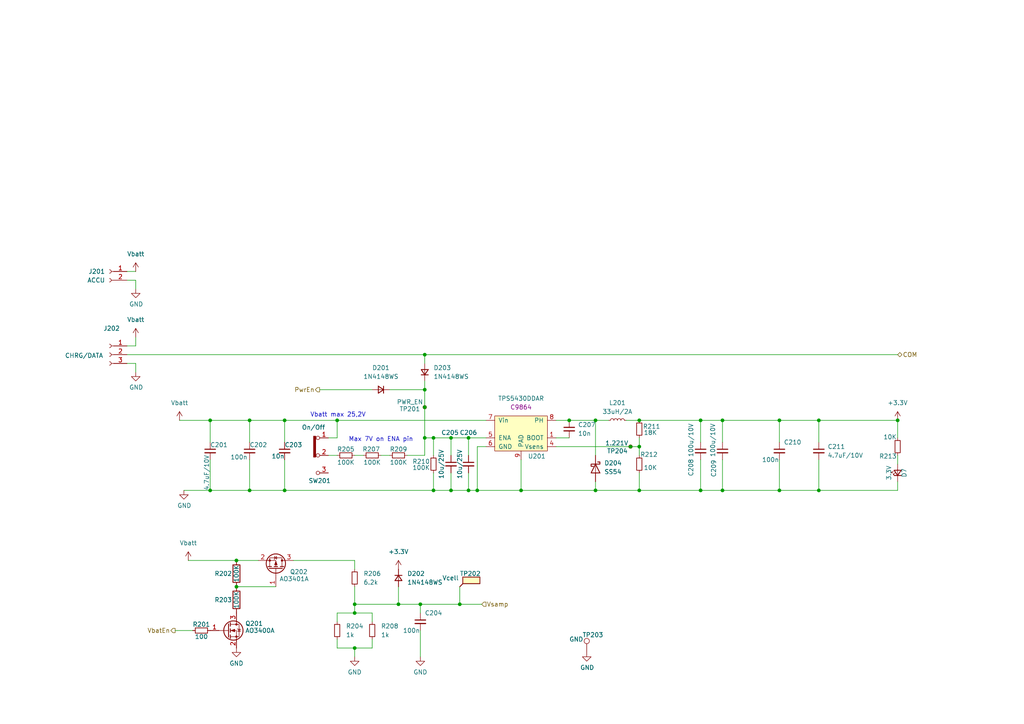
<source format=kicad_sch>
(kicad_sch (version 20241209) (generator "eeschema") (generator_version "9.0")
  (paper "A4")
  (lib_symbols
    (symbol "+3.3V_1" (power) (pin_numbers (hide yes)) (pin_names (offset 0) (hide yes))
      (property "Value" "+3.3V" (at 0 3.556 0))
      (symbol "+3.3V_1_0_1"
        (polyline (pts (xy -0.762 1.27) (xy 0 2.54)))
        (polyline (pts (xy 0 2.54) (xy 0.762 1.27)))
        (polyline (pts (xy 0 0) (xy 0 2.54)))
      )
      (symbol "+3.3V_1_1_1"
        (pin power_in line (at 0 0 90) (length 0) (name "~") (number "1"))
      )
    )
    (symbol "Connector:Conn_01x02_Socket" (pin_names (offset 1.016) (hide yes))
      (property "Reference" "J" (at 0 2.54 0))
      (property "Value" "Conn_01x02_Socket" (at 0 -5.08 0))
      (symbol "Conn_01x02_Socket_1_1"
        (polyline (pts (xy -1.27 0) (xy -0.508 0)) (stroke (width 0.1524)))
        (polyline (pts (xy -1.27 -2.54) (xy -0.508 -2.54)) (stroke (width 0.1524)))
        (arc (start 0 -0.508) (mid -0.5058 0) (end 0 0.508) (stroke (width 0.1524)))
        (arc (start 0 -3.048) (mid -0.5058 -2.54) (end 0 -2.032) (stroke (width 0.1524)))
        (pin passive line (at -5.08 0 0) (length 3.81) (name "Pin_1") (number "1"))
        (pin passive line (at -5.08 -2.54 0) (length 3.81) (name "Pin_2") (number "2"))
      )
    )
    (symbol "Connector:Conn_01x03_Socket" (pin_names (offset 1.016) (hide yes))
      (property "Reference" "J" (at 0 5.08 0))
      (property "Value" "Conn_01x03_Socket" (at 0 -5.08 0))
      (symbol "Conn_01x03_Socket_1_1"
        (polyline (pts (xy -1.27 2.54) (xy -0.508 2.54)) (stroke (width 0.1524)))
        (polyline (pts (xy -1.27 0) (xy -0.508 0)) (stroke (width 0.1524)))
        (polyline (pts (xy -1.27 -2.54) (xy -0.508 -2.54)) (stroke (width 0.1524)))
        (arc (start 0 2.032) (mid -0.5058 2.54) (end 0 3.048) (stroke (width 0.1524)))
        (arc (start 0 -0.508) (mid -0.5058 0) (end 0 0.508) (stroke (width 0.1524)))
        (arc (start 0 -3.048) (mid -0.5058 -2.54) (end 0 -2.032) (stroke (width 0.1524)))
        (pin passive line (at -5.08 2.54 0) (length 3.81) (name "Pin_1") (number "1"))
        (pin passive line (at -5.08 0 0) (length 3.81) (name "Pin_2") (number "2"))
        (pin passive line (at -5.08 -2.54 0) (length 3.81) (name "Pin_3") (number "3"))
      )
    )
    (symbol "Connector:TestPoint" (pin_numbers (hide yes)) (pin_names (offset 0.762) (hide yes))
      (property "Reference" "TP" (at 0 6.858 0))
      (property "Value" "TestPoint" (at 0 5.08 0))
      (symbol "TestPoint_0_1"
        (circle (center 0 3.302) (radius 0.762))
      )
      (symbol "TestPoint_1_1"
        (pin passive line (at 0 0 90) (length 2.54) (name "1") (number "1"))
      )
    )
    (symbol "Connector:TestPoint_Flag" (pin_numbers (hide yes)) (pin_names (offset 0.762) (hide yes))
      (property "Reference" "TP" (at 3.429 1.778 0))
      (property "Value" "TestPoint_Flag" (at 3.302 4.191 0))
      (symbol "TestPoint_Flag_0_1"
        (polyline (pts (xy 0 0) (xy 0.889 0.889)) (stroke (width 0.254)))
        (rectangle (start 0.889 2.794) (end 5.842 0.889) (stroke (width 0.254)) (fill (type background)))
      )
      (symbol "TestPoint_Flag_1_1"
        (pin passive line (at 0 0 90) (length 0) (name "1") (number "1"))
      )
    )
    (symbol "Connector:TestPoint_Small" (pin_numbers (hide yes)) (pin_names (offset 0.762) (hide yes))
      (property "Reference" "TP" (at 0 3.81 0))
      (property "Value" "TestPoint_Small" (at 0 2.032 0))
      (symbol "TestPoint_Small_0_1"
        (circle (center 0 0) (radius 0.508))
      )
      (symbol "TestPoint_Small_1_1"
        (pin passive line (at 0 0 90) (length 0) (name "1") (number "1"))
      )
    )
    (symbol "Device:C_Small" (pin_numbers (hide yes)) (pin_names (offset 0.254) (hide yes))
      (property "Reference" "C" (at 0.254 1.778 0))
      (property "Value" "C_Small" (at 0.254 -2.032 0))
      (symbol "C_Small_0_1"
        (polyline (pts (xy -1.524 0.508) (xy 1.524 0.508)) (stroke (width 0.3048)))
        (polyline (pts (xy -1.524 -0.508) (xy 1.524 -0.508)) (stroke (width 0.3302)))
      )
      (symbol "C_Small_1_1"
        (pin passive line (at 0 2.54 270) (length 2.032) (name "~") (number "1"))
        (pin passive line (at 0 -2.54 90) (length 2.032) (name "~") (number "2"))
      )
    )
    (symbol "Device:D_Schottky" (pin_numbers (hide yes)) (pin_names (offset 1.016) (hide yes))
      (property "Reference" "D" (at 0 2.54 0))
      (property "Value" "D_Schottky" (at 0 -2.54 0))
      (symbol "D_Schottky_0_1"
        (polyline (pts (xy -1.905 0.635) (xy -1.905 1.27) (xy -1.27 1.27) (xy -1.27 -1.27) (xy -0.635 -1.27) (xy -0.635 -0.635)) (stroke (width 0.254)))
        (polyline (pts (xy 1.27 1.27) (xy 1.27 -1.27) (xy -1.27 0) (xy 1.27 1.27)) (stroke (width 0.254)))
        (polyline (pts (xy 1.27 0) (xy -1.27 0)))
      )
      (symbol "D_Schottky_1_1"
        (pin passive line (at -3.81 0 0) (length 2.54) (name "K") (number "1"))
        (pin passive line (at 3.81 0 180) (length 2.54) (name "A") (number "2"))
      )
    )
    (symbol "Device:D_Small" (pin_numbers (hide yes)) (pin_names (offset 0.254) (hide yes))
      (property "Reference" "D" (at -1.27 2.032 0))
      (property "Value" "D_Small" (at -3.81 -2.032 0))
      (symbol "D_Small_0_1"
        (polyline (pts (xy -0.762 0) (xy 0.762 0)))
        (polyline (pts (xy -0.762 -1.016) (xy -0.762 1.016)) (stroke (width 0.254)))
        (polyline (pts (xy 0.762 -1.016) (xy -0.762 0) (xy 0.762 1.016) (xy 0.762 -1.016)) (stroke (width 0.254)))
      )
      (symbol "D_Small_1_1"
        (pin passive line (at -2.54 0 0) (length 1.778) (name "K") (number "1"))
        (pin passive line (at 2.54 0 180) (length 1.778) (name "A") (number "2"))
      )
    )
    (symbol "Device:LED_Small" (pin_numbers (hide yes)) (pin_names (offset 0.254) (hide yes))
      (property "Reference" "D" (at -1.27 3.175 0))
      (property "Value" "LED_Small" (at -4.445 -2.54 0))
      (symbol "LED_Small_0_1"
        (polyline (pts (xy -0.762 -1.016) (xy -0.762 1.016)) (stroke (width 0.254)))
        (polyline (pts (xy 0 0.762) (xy -0.508 1.27) (xy -0.254 1.27) (xy -0.508 1.27) (xy -0.508 1.016)))
        (polyline (pts (xy 0.508 1.27) (xy 0 1.778) (xy 0.254 1.778) (xy 0 1.778) (xy 0 1.524)))
        (polyline (pts (xy 0.762 -1.016) (xy -0.762 0) (xy 0.762 1.016) (xy 0.762 -1.016)) (stroke (width 0.254)))
        (polyline (pts (xy 1.016 0) (xy -0.762 0)))
      )
      (symbol "LED_Small_1_1"
        (pin passive line (at -2.54 0 0) (length 1.778) (name "K") (number "1"))
        (pin passive line (at 2.54 0 180) (length 1.778) (name "A") (number "2"))
      )
    )
    (symbol "Device:L_Small" (pin_numbers (hide yes)) (pin_names (offset 0.254) (hide yes))
      (property "Reference" "L" (at 0.762 1.016 0))
      (property "Value" "L_Small" (at 0.762 -1.016 0))
      (symbol "L_Small_0_1"
        (arc (start 0 2.032) (mid 0.5058 1.524) (end 0 1.016))
        (arc (start 0 1.016) (mid 0.5058 0.508) (end 0 0))
        (arc (start 0 0) (mid 0.5058 -0.508) (end 0 -1.016))
        (arc (start 0 -1.016) (mid 0.5058 -1.524) (end 0 -2.032))
      )
      (symbol "L_Small_1_1"
        (pin passive line (at 0 2.54 270) (length 0.508) (name "~") (number "1"))
        (pin passive line (at 0 -2.54 90) (length 0.508) (name "~") (number "2"))
      )
    )
    (symbol "Device:R" (pin_numbers (hide yes)) (pin_names (offset 0))
      (property "Reference" "R" (at 2.032 0 90))
      (property "Value" "R" (at 0 0 90))
      (symbol "R_0_1"
        (rectangle (start -1.016 -2.54) (end 1.016 2.54) (stroke (width 0.254)))
      )
      (symbol "R_1_1"
        (pin passive line (at 0 3.81 270) (length 1.27) (name "~") (number "1"))
        (pin passive line (at 0 -3.81 90) (length 1.27) (name "~") (number "2"))
      )
    )
    (symbol "Device:R_Small" (pin_numbers (hide yes)) (pin_names (offset 0.254) (hide yes))
      (property "Reference" "R" (at 0.762 0.508 0))
      (property "Value" "R_Small" (at 0.762 -1.016 0))
      (symbol "R_Small_0_1"
        (rectangle (start -0.762 1.778) (end 0.762 -1.778) (stroke (width 0.2032)))
      )
      (symbol "R_Small_1_1"
        (pin passive line (at 0 2.54 270) (length 0.762) (name "~") (number "1"))
        (pin passive line (at 0 -2.54 90) (length 0.762) (name "~") (number "2"))
      )
    )
    (symbol "NicE:SW_slide_SP"
      (property "Reference" "SW" (at 1.524 6.858 0))
      (property "Value" "?" (at 2.54 0 0))
      (symbol "SW_slide_SP_0_0"
        (circle (center 0.508 5.08) (radius 0.508))
        (circle (center 0.508 -5.08) (radius 0.508))
      )
      (symbol "SW_slide_SP_0_1"
        (circle (center 0.508 0) (radius 0.508))
      )
      (symbol "SW_slide_SP_1_1"
        (rectangle (start 1.143 5.588) (end 1.778 -0.508) (fill (type outline)))
        (pin passive line (at -2.54 5.08 0) (length 2.54) (name "") (number "1"))
        (pin passive line (at -2.54 0 0) (length 2.54) (name "") (number "2"))
        (pin passive line (at -2.54 -5.08 0) (length 2.54) (name "") (number "3"))
      )
    )
    (symbol "NicE:TPS5430DDAR" (pin_names (offset 1.016))
      (property "Reference" "U" (at -6.35 6.35 0))
      (property "Value" "TPS5430DDAR" (at 0 1.27 0))
      (property "LCSC" "C9864" (at 0 0 0))
      (symbol "TPS5430DDAR_0_1"
        (rectangle (start 7.62 -5.08) (end -7.62 5.08) (fill (type background)))
      )
      (symbol "TPS5430DDAR_1_1"
        (pin power_in line (at -10.16 3.81 0) (length 2.54) (name "Vin") (number "7"))
        (pin input line (at -10.16 -1.27 0) (length 2.54) (name "ENA") (number "5"))
        (pin passive line (at -10.16 -3.81 0) (length 2.54) (name "GND") (number "6"))
        (pin passive line (at 0 -7.62 90) (length 2.54) (name "PAD") (number "9"))
        (pin no_connect line (at 1.27 -7.62 0) (length 2.54) (hide yes) (name "NC") (number "2"))
        (pin no_connect line (at 1.27 -10.16 0) (length 2.54) (hide yes) (name "NC") (number "3"))
        (pin power_out line (at 10.16 3.81 180) (length 2.54) (name "PH") (number "8"))
        (pin input line (at 10.16 -1.27 180) (length 2.54) (name "BOOT") (number "1"))
        (pin input line (at 10.16 -3.81 180) (length 2.54) (name "Vsens") (number "4"))
      )
    )
    (symbol "Transistor_FET:2N7002" (pin_names (hide yes))
      (property "Reference" "Q" (at 5.08 1.905 0))
      (property "Value" "2N7002" (at 5.08 0 0))
      (symbol "2N7002_0_1"
        (polyline (pts (xy 0.254 1.905) (xy 0.254 -1.905)) (stroke (width 0.254)))
        (polyline (pts (xy 0.254 0) (xy -2.54 0)))
        (polyline (pts (xy 0.762 2.286) (xy 0.762 1.27)) (stroke (width 0.254)))
        (polyline (pts (xy 0.762 0.508) (xy 0.762 -0.508)) (stroke (width 0.254)))
        (polyline (pts (xy 0.762 -1.27) (xy 0.762 -2.286)) (stroke (width 0.254)))
        (polyline (pts (xy 0.762 -1.778) (xy 3.302 -1.778) (xy 3.302 1.778) (xy 0.762 1.778)))
        (polyline (pts (xy 1.016 0) (xy 2.032 0.381) (xy 2.032 -0.381) (xy 1.016 0)) (fill (type outline)))
        (circle (center 1.651 0) (radius 2.794) (stroke (width 0.254)))
        (polyline (pts (xy 2.54 2.54) (xy 2.54 1.778)))
        (circle (center 2.54 1.778) (radius 0.254) (fill (type outline)))
        (circle (center 2.54 -1.778) (radius 0.254) (fill (type outline)))
        (polyline (pts (xy 2.54 -2.54) (xy 2.54 0) (xy 0.762 0)))
        (polyline (pts (xy 2.794 0.508) (xy 2.921 0.381) (xy 3.683 0.381) (xy 3.81 0.254)))
        (polyline (pts (xy 3.302 0.381) (xy 2.921 -0.254) (xy 3.683 -0.254) (xy 3.302 0.381)))
      )
      (symbol "2N7002_1_1"
        (pin input line (at -5.08 0 0) (length 2.54) (name "G") (number "1"))
        (pin passive line (at 2.54 5.08 270) (length 2.54) (name "D") (number "3"))
        (pin passive line (at 2.54 -5.08 90) (length 2.54) (name "S") (number "2"))
      )
    )
    (symbol "Transistor_FET:AO3401A" (pin_names (hide yes))
      (property "Reference" "Q" (at 5.08 1.905 0))
      (property "Value" "AO3401A" (at 5.08 0 0))
      (symbol "AO3401A_0_1"
        (polyline (pts (xy 0.254 1.905) (xy 0.254 -1.905)) (stroke (width 0.254)))
        (polyline (pts (xy 0.254 0) (xy -2.54 0)))
        (polyline (pts (xy 0.762 2.286) (xy 0.762 1.27)) (stroke (width 0.254)))
        (polyline (pts (xy 0.762 1.778) (xy 3.302 1.778) (xy 3.302 -1.778) (xy 0.762 -1.778)))
        (polyline (pts (xy 0.762 0.508) (xy 0.762 -0.508)) (stroke (width 0.254)))
        (polyline (pts (xy 0.762 -1.27) (xy 0.762 -2.286)) (stroke (width 0.254)))
        (circle (center 1.651 0) (radius 2.794) (stroke (width 0.254)))
        (polyline (pts (xy 2.286 0) (xy 1.27 0.381) (xy 1.27 -0.381) (xy 2.286 0)) (fill (type outline)))
        (polyline (pts (xy 2.54 2.54) (xy 2.54 1.778)))
        (circle (center 2.54 1.778) (radius 0.254) (fill (type outline)))
        (circle (center 2.54 -1.778) (radius 0.254) (fill (type outline)))
        (polyline (pts (xy 2.54 -2.54) (xy 2.54 0) (xy 0.762 0)))
        (polyline (pts (xy 2.794 -0.508) (xy 2.921 -0.381) (xy 3.683 -0.381) (xy 3.81 -0.254)))
        (polyline (pts (xy 3.302 -0.381) (xy 2.921 0.254) (xy 3.683 0.254) (xy 3.302 -0.381)))
      )
      (symbol "AO3401A_1_1"
        (pin input line (at -5.08 0 0) (length 2.54) (name "G") (number "1"))
        (pin passive line (at 2.54 5.08 270) (length 2.54) (name "D") (number "3"))
        (pin passive line (at 2.54 -5.08 90) (length 2.54) (name "S") (number "2"))
      )
    )
    (symbol "power:+3.3V" (power) (pin_names (offset 0))
      (property "Value" "+3.3V" (at 0 3.556 0))
      (symbol "+3.3V_0_1"
        (polyline (pts (xy -0.762 1.27) (xy 0 2.54)))
        (polyline (pts (xy 0 2.54) (xy 0.762 1.27)))
        (polyline (pts (xy 0 0) (xy 0 2.54)))
      )
      (symbol "+3.3V_1_1"
        (pin power_in line (at 0 0 90) (length 0) (hide yes) (name "+3.3V") (number "1"))
      )
    )
    (symbol "power:GND" (power) (pin_names (offset 0))
      (property "Value" "GND" (at 0 -3.81 0))
      (symbol "GND_0_1"
        (polyline (pts (xy 0 0) (xy 0 -1.27) (xy 1.27 -1.27) (xy 0 -2.54) (xy -1.27 -1.27) (xy 0 -1.27)))
      )
      (symbol "GND_1_1"
        (pin power_in line (at 0 0 270) (length 0) (hide yes) (name "GND") (number "1"))
      )
    )
  )
  (text "Vbatt max 25,2V" (at 98.044 120.396 0) (effects (font (size 1.27 1.27))))
  (text "Max 7V on ENA pin" (at 110.49 127.508 0) (effects (font (size 1.27 1.27))))
  (junction (at 60.96 121.92))
  (junction (at 138.43 142.24))
  (junction (at 130.81 142.24))
  (junction (at 165.1 121.92))
  (junction (at 130.81 127))
  (junction (at 151.13 142.24))
  (junction (at 125.73 127))
  (junction (at 185.42 142.24))
  (junction (at 172.72 142.24))
  (junction (at 68.58 170.18))
  (junction (at 226.06 121.92))
  (junction (at 135.89 142.24))
  (junction (at 237.49 121.92))
  (junction (at 115.57 175.26))
  (junction (at 172.72 121.92))
  (junction (at 260.35 121.92))
  (junction (at 237.49 142.24))
  (junction (at 125.73 142.24))
  (junction (at 60.96 142.24))
  (junction (at 133.35 175.26))
  (junction (at 82.55 121.92))
  (junction (at 185.42 121.92))
  (junction (at 203.2 121.92))
  (junction (at 209.55 121.92))
  (junction (at 123.19 113.03))
  (junction (at 68.58 162.56))
  (junction (at 226.06 142.24))
  (junction (at 209.55 142.24))
  (junction (at 72.39 121.92))
  (junction (at 102.87 175.26))
  (junction (at 72.39 142.24))
  (junction (at 135.89 127))
  (junction (at 102.87 177.8))
  (junction (at 121.92 175.26))
  (junction (at 123.19 127))
  (junction (at 102.87 187.96))
  (junction (at 185.42 129.54))
  (junction (at 123.19 102.87))
  (junction (at 203.2 142.24))
  (junction (at 97.79 121.92))
  (junction (at 182.88 129.54))
  (junction (at 123.19 118.11))
  (junction (at 82.55 142.24))
  (wire (pts (xy 165.1 121.92) (xy 161.29 121.92)))
  (wire (pts (xy 115.57 170.18) (xy 115.57 175.26)))
  (wire (pts (xy 209.55 121.92) (xy 209.55 128.27)))
  (wire (pts (xy 39.37 105.41) (xy 39.37 107.95)))
  (wire (pts (xy 54.61 162.56) (xy 68.58 162.56)))
  (wire (pts (xy 135.89 137.16) (xy 135.89 142.24)))
  (wire (pts (xy 123.19 127) (xy 123.19 132.08)))
  (wire (pts (xy 102.87 187.96) (xy 102.87 190.5)))
  (wire (pts (xy 185.42 142.24) (xy 185.42 137.16)))
  (wire (pts (xy 121.92 175.26) (xy 121.92 177.8)))
  (wire (pts (xy 121.92 175.26) (xy 133.35 175.26)))
  (wire (pts (xy 107.95 180.34) (xy 107.95 177.8)))
  (wire (pts (xy 118.11 132.08) (xy 123.19 132.08)))
  (wire (pts (xy 36.83 105.41) (xy 39.37 105.41)))
  (wire (pts (xy 185.42 129.54) (xy 185.42 132.08)))
  (wire (pts (xy 72.39 121.92) (xy 72.39 128.27)))
  (wire (pts (xy 209.55 142.24) (xy 226.06 142.24)))
  (wire (pts (xy 226.06 121.92) (xy 226.06 128.27)))
  (wire (pts (xy 82.55 142.24) (xy 125.73 142.24)))
  (wire (pts (xy 36.83 102.87) (xy 123.19 102.87)))
  (wire (pts (xy 82.55 121.92) (xy 97.79 121.92)))
  (wire (pts (xy 39.37 100.33) (xy 36.83 100.33)))
  (wire (pts (xy 115.57 175.26) (xy 121.92 175.26)))
  (wire (pts (xy 209.55 121.92) (xy 226.06 121.92)))
  (wire (pts (xy 53.34 142.24) (xy 60.96 142.24)))
  (wire (pts (xy 237.49 121.92) (xy 237.49 128.27)))
  (wire (pts (xy 138.43 129.54) (xy 138.43 142.24)))
  (wire (pts (xy 133.35 170.18) (xy 133.35 175.26)))
  (wire (pts (xy 135.89 132.08) (xy 135.89 127)))
  (wire (pts (xy 107.95 177.8) (xy 102.87 177.8)))
  (wire (pts (xy 102.87 162.56) (xy 102.87 165.1)))
  (wire (pts (xy 161.29 129.54) (xy 182.88 129.54)))
  (wire (pts (xy 123.19 110.49) (xy 123.19 113.03)))
  (wire (pts (xy 135.89 142.24) (xy 138.43 142.24)))
  (wire (pts (xy 130.81 127) (xy 130.81 132.08)))
  (wire (pts (xy 60.96 121.92) (xy 60.96 128.27)))
  (wire (pts (xy 172.72 142.24) (xy 185.42 142.24)))
  (wire (pts (xy 50.8 182.88) (xy 55.88 182.88)))
  (wire (pts (xy 102.87 175.26) (xy 115.57 175.26)))
  (wire (pts (xy 209.55 133.35) (xy 209.55 142.24)))
  (wire (pts (xy 260.35 121.92) (xy 260.35 127)))
  (wire (pts (xy 260.35 139.7) (xy 260.35 142.24)))
  (wire (pts (xy 82.55 121.92) (xy 82.55 128.27)))
  (wire (pts (xy 130.81 142.24) (xy 135.89 142.24)))
  (wire (pts (xy 102.87 132.08) (xy 105.41 132.08)))
  (wire (pts (xy 39.37 81.28) (xy 36.83 81.28)))
  (wire (pts (xy 72.39 142.24) (xy 82.55 142.24)))
  (wire (pts (xy 151.13 142.24) (xy 172.72 142.24)))
  (wire (pts (xy 68.58 170.18) (xy 80.01 170.18)))
  (wire (pts (xy 140.97 129.54) (xy 138.43 129.54)))
  (wire (pts (xy 181.61 121.92) (xy 185.42 121.92)))
  (wire (pts (xy 102.87 175.26) (xy 102.87 177.8)))
  (wire (pts (xy 102.87 177.8) (xy 97.79 177.8)))
  (wire (pts (xy 260.35 142.24) (xy 237.49 142.24)))
  (wire (pts (xy 72.39 133.35) (xy 72.39 142.24)))
  (wire (pts (xy 102.87 170.18) (xy 102.87 175.26)))
  (wire (pts (xy 123.19 102.87) (xy 260.35 102.87)))
  (wire (pts (xy 39.37 83.82) (xy 39.37 81.28)))
  (wire (pts (xy 95.25 127) (xy 97.79 127)))
  (wire (pts (xy 110.49 132.08) (xy 113.03 132.08)))
  (wire (pts (xy 185.42 127) (xy 185.42 129.54)))
  (wire (pts (xy 102.87 187.96) (xy 107.95 187.96)))
  (wire (pts (xy 72.39 121.92) (xy 82.55 121.92)))
  (wire (pts (xy 97.79 185.42) (xy 97.79 187.96)))
  (wire (pts (xy 123.19 102.87) (xy 123.19 105.41)))
  (wire (pts (xy 130.81 137.16) (xy 130.81 142.24)))
  (wire (pts (xy 52.07 121.92) (xy 60.96 121.92)))
  (wire (pts (xy 123.19 118.11) (xy 123.19 127)))
  (wire (pts (xy 125.73 142.24) (xy 130.81 142.24)))
  (wire (pts (xy 260.35 132.08) (xy 260.35 134.62)))
  (wire (pts (xy 121.92 182.88) (xy 121.92 190.5)))
  (wire (pts (xy 113.03 113.03) (xy 123.19 113.03)))
  (wire (pts (xy 130.81 127) (xy 135.89 127)))
  (wire (pts (xy 60.96 142.24) (xy 72.39 142.24)))
  (wire (pts (xy 97.79 177.8) (xy 97.79 180.34)))
  (wire (pts (xy 85.09 162.56) (xy 102.87 162.56)))
  (wire (pts (xy 92.71 113.03) (xy 107.95 113.03)))
  (wire (pts (xy 125.73 137.16) (xy 125.73 142.24)))
  (wire (pts (xy 39.37 100.33) (xy 39.37 97.79)))
  (wire (pts (xy 138.43 142.24) (xy 151.13 142.24)))
  (wire (pts (xy 97.79 121.92) (xy 140.97 121.92)))
  (wire (pts (xy 60.96 121.92) (xy 72.39 121.92)))
  (wire (pts (xy 226.06 142.24) (xy 226.06 133.35)))
  (wire (pts (xy 237.49 121.92) (xy 260.35 121.92)))
  (wire (pts (xy 185.42 142.24) (xy 203.2 142.24)))
  (wire (pts (xy 60.96 133.35) (xy 60.96 142.24)))
  (wire (pts (xy 102.87 187.96) (xy 97.79 187.96)))
  (wire (pts (xy 161.29 127) (xy 165.1 127)))
  (wire (pts (xy 123.19 127) (xy 125.73 127)))
  (wire (pts (xy 135.89 127) (xy 140.97 127)))
  (wire (pts (xy 203.2 142.24) (xy 209.55 142.24)))
  (wire (pts (xy 133.35 175.26) (xy 139.7 175.26)))
  (wire (pts (xy 82.55 133.35) (xy 82.55 142.24)))
  (wire (pts (xy 123.19 113.03) (xy 123.19 118.11)))
  (wire (pts (xy 68.58 162.56) (xy 74.93 162.56)))
  (wire (pts (xy 151.13 133.35) (xy 151.13 142.24)))
  (wire (pts (xy 172.72 132.08) (xy 172.72 121.92)))
  (wire (pts (xy 125.73 127) (xy 125.73 132.08)))
  (wire (pts (xy 36.83 78.74) (xy 39.37 78.74)))
  (wire (pts (xy 130.81 127) (xy 125.73 127)))
  (wire (pts (xy 203.2 133.35) (xy 203.2 142.24)))
  (wire (pts (xy 182.88 129.54) (xy 185.42 129.54)))
  (wire (pts (xy 97.79 121.92) (xy 97.79 127)))
  (wire (pts (xy 172.72 121.92) (xy 176.53 121.92)))
  (wire (pts (xy 185.42 121.92) (xy 203.2 121.92)))
  (wire (pts (xy 172.72 139.7) (xy 172.72 142.24)))
  (wire (pts (xy 226.06 142.24) (xy 237.49 142.24)))
  (wire (pts (xy 237.49 133.35) (xy 237.49 142.24)))
  (wire (pts (xy 165.1 121.92) (xy 172.72 121.92)))
  (wire (pts (xy 226.06 121.92) (xy 237.49 121.92)))
  (wire (pts (xy 203.2 121.92) (xy 209.55 121.92)))
  (wire (pts (xy 95.25 132.08) (xy 97.79 132.08)))
  (wire (pts (xy 107.95 185.42) (xy 107.95 187.96)))
  (wire (pts (xy 203.2 121.92) (xy 203.2 128.27)))
  (hierarchical_label "PwrEn" (shape output) (at 92.71 113.03 180))
  (hierarchical_label "Vsamp" (shape input) (at 139.7 175.26 0))
  (hierarchical_label "VbatEn" (shape output) (at 50.8 182.88 180))
  (hierarchical_label "COM" (shape bidirectional) (at 260.35 102.87 0))
  (symbol (lib_id "Device:C_Small") (at 60.96 130.81 0) (unit 1)
    (property "Reference" "C201" (at 60.96 129.032 0) (effects (justify left)))
    (property "Value" "4.7uF/10V" (at 59.944 142.24 90) (effects (justify left)))
    (property "Footprint" "A_Device:C_1206_(1.6)" (effects (hide yes)))
    (property "Description" "Unpolarized capacitor, small symbol" (effects (hide yes)))
    (property "LCSC" "C29823" (effects (hide yes)))
  )
  (symbol (lib_id "Device:C_Small") (at 226.06 130.81 0) (unit 1)
    (property "Reference" "C210" (at 227.33 128.27 0) (effects (justify left)))
    (property "Value" "100n" (at 220.98 133.35 0) (effects (justify left)))
    (property "Footprint" "A_Device:C_0603" (effects (hide yes)))
    (property "LCSC" "C14663" (effects (hide yes)))
  )
  (symbol (lib_id "Device:R_Small") (at 185.42 134.62 0) (unit 1)
    (property "Reference" "R212" (at 185.674 131.826 0) (effects (justify left)))
    (property "Value" "10K" (at 186.69 135.636 0) (effects (justify left)))
    (property "Footprint" "A_Device:R_0603" (effects (hide yes)))
    (property "Description" "Resistor, small symbol" (effects (hide yes)))
    (property "LCSC" "C25804" (effects (hide yes)))
  )
  (symbol (lib_id "Device:D_Schottky") (at 172.72 135.89 270) (unit 1)
    (property "Reference" "D204" (at 175.26 134.3024 90) (effects (justify left)))
    (property "Value" "SS54" (at 175.26 136.8424 90) (effects (justify left)))
    (property "Footprint" "Diode_SMD:D_SMA" (effects (hide yes)))
    (property "Datasheet" "https://www.lcsc.com/datasheet/lcsc_datasheet_2407101107_MDD-Microdiode-Semiconductor-SS54_C22452.pdf" (effects (hide yes)))
    (property "Description" "Schottky diode" (effects (hide yes)))
    (property "LCSC" "C22452" (effects (hide yes)))
  )
  (symbol (lib_id "Device:C_Small") (at 203.2 130.81 0) (unit 1)
    (property "Reference" "C208" (at 200.406 138.176 90) (effects (justify left)))
    (property "Value" "100u/10V" (at 200.406 132.588 90) (effects (justify left)))
    (property "Footprint" "Capacitor_SMD:C_1210_3225Metric" (effects (hide yes)))
    (property "LCSC" "C23742" (effects (hide yes)))
  )
  (symbol (lib_id "Device:C_Small") (at 237.49 130.81 0) (unit 1)
    (property "Reference" "C211" (at 240.03 129.5462 0) (effects (justify left)))
    (property "Value" "4.7uF/10V" (at 240.03 132.0862 0) (effects (justify left)))
    (property "Footprint" "A_Device:C_1206_(1.6)" (effects (hide yes)))
    (property "Description" "Unpolarized capacitor, small symbol" (effects (hide yes)))
    (property "LCSC" "C29823" (effects (hide yes)))
  )
  (symbol (lib_id "Transistor_FET:2N7002") (at 66.04 182.88 0) (unit 1)
    (property "Reference" "Q201" (at 71.12 180.848 0) (effects (justify left)))
    (property "Value" "AO3400A" (at 71.12 182.88 0) (effects (justify left)))
    (property "Footprint" "Package_TO_SOT_SMD:SOT-23" (effects (hide yes)))
    (property "Datasheet" "https://wmsc.lcsc.com/wmsc/upload/file/pdf/v2/lcsc/1811081213_Alpha---Omega-Semicon-AO3400A_C20917.pdf" (effects (hide yes)))
    (property "Description" "5.7A Id, 30V Vds, N-Channel MOSFET, SOT-23" (effects (hide yes)))
    (property "LCSC" "C20917" (effects (hide yes)))
  )
  (symbol (lib_id "power:GND") (at 39.37 83.82 0) (unit 1)
    (property "Reference" "#PWR0202" (effects (hide yes)))
    (property "Value" "GND" (at 39.497 88.2142 0))
  )
  (symbol (lib_id "power:GND") (at 121.92 190.5 0) (unit 1)
    (property "Reference" "#PWR0211" (effects (hide yes)))
    (property "Value" "GND" (at 121.92 194.945 0))
  )
  (symbol (lib_id "Device:R_Small") (at 260.35 129.54 180) (unit 1)
    (property "Reference" "R213" (at 260.096 132.334 0) (effects (justify left)))
    (property "Value" "10K" (at 260.096 126.746 0) (effects (justify left)))
    (property "Footprint" "A_Device:R_0603" (effects (hide yes)))
    (property "Description" "Resistor, small symbol" (effects (hide yes)))
    (property "LCSC" "C25804" (effects (hide yes)))
  )
  (symbol (lib_id "Device:R_Small") (at 107.95 182.88 0) (unit 1)
    (property "Reference" "R208" (at 110.49 181.61 0) (effects (justify left)))
    (property "Value" "1k" (at 110.49 184.15 0) (effects (justify left)))
    (property "Footprint" "A_Device:R_0603" (effects (hide yes)))
    (property "LCSC" "C21190" (effects (hide yes)))
  )
  (symbol (lib_id "Device:R_Small") (at 185.42 124.46 0) (unit 1)
    (property "Reference" "R211" (at 186.436 123.698 0) (effects (justify left)))
    (property "Value" "18K" (at 186.69 125.476 0) (effects (justify left)))
    (property "Footprint" "A_Device:R_0603" (effects (hide yes)))
    (property "Description" "Resistor, small symbol" (effects (hide yes)))
    (property "LCSC" "C25810" (effects (hide yes)))
  )
  (symbol (lib_id "Device:R_Small") (at 100.33 132.08 90) (mirror x) (unit 1)
    (property "Reference" "R205" (at 102.87 130.302 90) (effects (justify left)))
    (property "Value" "100K" (at 102.87 134.112 90) (effects (justify left)))
    (property "Footprint" "A_Device:R_0603" (effects (hide yes)))
    (property "Description" "Resistor, small symbol" (effects (hide yes)))
    (property "LCSC" "C25804" (effects (hide yes)))
  )
  (symbol (lib_id "NicE:TPS5430DDAR") (at 151.13 125.73 0) (unit 1)
    (property "Reference" "U201" (at 155.702 132.334 0))
    (property "Value" "TPS5430DDAR" (at 151.13 115.57 0))
    (property "Footprint" "Package_SO:HTSOP-8-1EP_3.9x4.9mm_P1.27mm_EP2.4x3.2mm_ThermalVias" (effects (hide yes)))
    (property "Datasheet" "https://datasheet.lcsc.com/szlcsc/Texas-Instruments-TI-TPS5430DDAR_C9864.pdf" (effects (hide yes)))
    (property "Description" "Wide range step down converter 5.5V tot 36V" (effects (hide yes)))
    (property "LCSC" "C9864" (at 151.13 118.11 0))
  )
  (symbol (lib_id "power:GND") (at 53.34 142.24 0) (unit 1)
    (property "Reference" "#PWR0206" (effects (hide yes)))
    (property "Value" "GND" (at 53.467 146.6342 0))
  )
  (symbol (lib_id "Device:D_Small") (at 115.57 167.64 270) (unit 1)
    (property "Reference" "D202" (at 118.11 166.3699 90) (effects (justify left)))
    (property "Value" "1N4148WS" (at 118.11 168.9099 90) (effects (justify left)))
    (property "Footprint" "A_Device:D_SOD-323_1.8x1.4x1.15" (effects (hide yes)))
    (property "Sim.Device" "D" (effects (hide yes)))
    (property "Sim.Pins" "1=K 2=A" (effects (hide yes)))
    (property "LCSC" "C2128" (effects (hide yes)))
  )
  (symbol (lib_name "+3.3V_1") (lib_id "power:+3.3V") (at 52.07 121.92 0) (unit 1)
    (property "Reference" "#PWR0205" (effects (hide yes)))
    (property "Value" "Vbatt" (at 52.07 116.84 0))
    (property "Description" "Power symbol creates a global label with name \"+3.3V\"" (effects (hide yes)))
  )
  (symbol (lib_id "NicE:SW_slide_SP") (at 92.71 132.08 0) (mirror y) (unit 1)
    (property "Reference" "SW201" (at 92.71 139.446 0))
    (property "Value" "On/Off" (at 90.932 123.952 0))
    (property "Footprint" "A_Connector:Header_1x03_P2.54_Male" (effects (hide yes)))
    (property "LCSC" "C319012" (effects (hide yes)))
  )
  (symbol (lib_id "Device:C_Small") (at 82.55 130.81 0) (unit 1)
    (property "Reference" "C203" (at 82.55 129.032 0) (effects (justify left)))
    (property "Value" "10n" (at 78.74 132.334 0) (effects (justify left)))
    (property "Footprint" "A_Device:C_0603" (effects (hide yes)))
    (property "Description" "Unpolarized capacitor, small symbol" (effects (hide yes)))
    (property "LCSC" "C57112" (effects (hide yes)))
  )
  (symbol (lib_id "Device:R_Small") (at 102.87 167.64 0) (unit 1)
    (property "Reference" "R206" (at 105.41 166.37 0) (effects (justify left)))
    (property "Value" "6.2k" (at 105.41 168.91 0) (effects (justify left)))
    (property "Footprint" "A_Device:R_0603" (effects (hide yes)))
    (property "LCSC" "C25804" (effects (hide yes)))
  )
  (symbol (lib_id "power:GND") (at 68.58 187.96 0) (unit 1)
    (property "Reference" "#PWR0208" (effects (hide yes)))
    (property "Value" "GND" (at 68.58 192.405 0))
  )
  (symbol (lib_name "+3.3V_1") (lib_id "power:+3.3V") (at 39.37 97.79 0) (unit 1)
    (property "Reference" "#PWR0204" (effects (hide yes)))
    (property "Value" "Vbatt" (at 39.37 92.71 0))
    (property "Description" "Power symbol creates a global label with name \"+3.3V\"" (effects (hide yes)))
  )
  (symbol (lib_id "Device:R_Small") (at 107.95 132.08 90) (mirror x) (unit 1)
    (property "Reference" "R207" (at 110.236 130.302 90) (effects (justify left)))
    (property "Value" "100K" (at 110.49 134.112 90) (effects (justify left)))
    (property "Footprint" "A_Device:R_0603" (effects (hide yes)))
    (property "Description" "Resistor, small symbol" (effects (hide yes)))
    (property "LCSC" "C25804" (effects (hide yes)))
  )
  (symbol (lib_id "Device:C_Small") (at 209.55 130.81 0) (unit 1)
    (property "Reference" "C209" (at 207.01 138.43 90) (effects (justify left)))
    (property "Value" "100u/10V" (at 206.756 132.588 90) (effects (justify left)))
    (property "Footprint" "Capacitor_SMD:C_1210_3225Metric" (effects (hide yes)))
    (property "LCSC" "C23742" (effects (hide yes)))
  )
  (symbol (lib_name "+3.3V_1") (lib_id "power:+3.3V") (at 260.35 121.92 0) (unit 1)
    (property "Reference" "#PWR0213" (effects (hide yes)))
    (property "Value" "+3.3V" (at 260.35 116.84 0))
    (property "Description" "Power symbol creates a global label with name \"+3.3V\"" (effects (hide yes)))
  )
  (symbol (lib_id "Device:R_Small") (at 97.79 182.88 0) (unit 1)
    (property "Reference" "R204" (at 100.33 181.61 0) (effects (justify left)))
    (property "Value" "1k" (at 100.33 184.15 0) (effects (justify left)))
    (property "Footprint" "A_Device:R_0603" (effects (hide yes)))
    (property "LCSC" "C21190" (effects (hide yes)))
  )
  (symbol (lib_id "Transistor_FET:AO3401A") (at 80.01 165.1 270) (mirror x) (unit 1)
    (property "Reference" "Q202" (at 84.074 165.862 90) (effects (justify left)))
    (property "Value" "AO3401A" (at 81.026 167.894 90) (effects (justify left)))
    (property "Footprint" "Package_TO_SOT_SMD:SOT-23" (effects (hide yes)))
    (property "Datasheet" "http://www.aosmd.com/pdfs/datasheet/AO3401A.pdf" (effects (hide yes)))
    (property "Description" "-4.0A Id, -30V Vds, P-Channel MOSFET, SOT-23" (effects (hide yes)))
    (property "LCSC" "C15127" (effects (hide yes)))
  )
  (symbol (lib_id "Device:R_Small") (at 58.42 182.88 270) (unit 1)
    (property "Reference" "R201" (at 58.42 181.102 90))
    (property "Value" "100" (at 58.42 184.658 90))
    (property "Footprint" "A_Device:R_0603" (effects (hide yes)))
    (property "Description" "Resistor, small symbol" (effects (hide yes)))
    (property "LCSC" "C22775" (effects (hide yes)))
  )
  (symbol (lib_id "power:GND") (at 170.18 189.23 0) (unit 1)
    (property "Reference" "#PWR0212" (effects (hide yes)))
    (property "Value" "GND" (at 170.307 193.6242 0))
    (instances (project "Smartbox4.0_V1.3" (path "" (reference "#PWR07") (unit 1))) (project "Robuoy-Sub" (path "" (reference "#PWR0212") (unit 1))))
  )
  (symbol (lib_id "power:+3.3V") (at 115.57 165.1 0) (unit 1)
    (property "Reference" "#PWR0210" (effects (hide yes)))
    (property "Value" "+3.3V" (at 115.57 160.02 0))
  )
  (symbol (lib_id "Device:R") (at 68.58 166.37 180) (unit 1)
    (property "Reference" "R202" (at 67.31 166.37 0) (effects (justify left)))
    (property "Value" "100K" (at 68.58 166.37 90))
    (property "Footprint" "A_Device:R_0603" (effects (hide yes)))
    (property "Farnell" "2331736" (effects (hide yes)))
    (property "MF" "TE CONNECTIVITY" (effects (hide yes)))
    (property "MFN" "CRGH0603F10K" (effects (hide yes)))
    (property "LCSC" "C25804" (effects (hide yes)))
  )
  (symbol (lib_id "Connector:TestPoint_Flag") (at 133.35 170.18 0) (unit 1) (in_bom no)
    (property "Reference" "TP202" (at 133.35 166.37 0) (effects (justify left)))
    (property "Value" "Vcell" (at 128.27 167.64 0) (effects (justify left)))
    (property "Footprint" "A_Pads_Pins:Testpad_1" (effects (hide yes)))
  )
  (symbol (lib_id "Device:C_Small") (at 121.92 180.34 0) (unit 1)
    (property "Reference" "C204" (at 123.19 177.8 0) (effects (justify left)))
    (property "Value" "100n" (at 116.84 182.88 0) (effects (justify left)))
    (property "Footprint" "A_Device:C_0603" (effects (hide yes)))
    (property "LCSC" "C14663" (effects (hide yes)))
  )
  (symbol (lib_id "Device:LED_Small") (at 260.35 137.16 90) (unit 1)
    (property "Reference" "D205" (at 262.255 137.16 0))
    (property "Value" "3.3V" (at 257.81 137.16 0))
    (property "Footprint" "A_Passive:LED_0805" (effects (hide yes)))
    (property "Datasheet" "https://datasheet.lcsc.com/szlcsc/Hubei-KENTO-Elec-KT-0603R_C2286.pdf" (effects (hide yes)))
    (property "LCSC" "C2297" (effects (hide yes)))
    (instances (project "NIKOLA-02-E-001_PCAScannerController_R1" (path "" (reference "D7") (unit 1))) (project "Robuoy-Sub" (path "" (reference "D205") (unit 1))))
  )
  (symbol (lib_id "Device:R_Small") (at 125.73 134.62 0) (mirror y) (unit 1)
    (property "Reference" "R210" (at 124.714 133.858 0) (effects (justify left)))
    (property "Value" "100K" (at 124.714 135.636 0) (effects (justify left)))
    (property "Footprint" "A_Device:R_0603" (effects (hide yes)))
    (property "Description" "Resistor, small symbol" (effects (hide yes)))
    (property "LCSC" "C25804" (effects (hide yes)))
  )
  (symbol (lib_id "Connector:TestPoint_Small") (at 123.19 118.11 0) (unit 1) (in_bom no)
    (property "Reference" "TP201" (at 115.824 118.618 0) (effects (justify left)))
    (property "Value" "PWR_EN" (at 115.062 116.586 0) (effects (justify left)))
    (property "Footprint" "A_Pads_Pins:Testpad_1" (effects (hide yes)))
    (property "Description" "test point" (effects (hide yes)))
  )
  (symbol (lib_id "Device:D_Small") (at 123.19 107.95 90) (unit 1)
    (property "Reference" "D203" (at 125.73 106.6799 90) (effects (justify right)))
    (property "Value" "1N4148WS" (at 125.73 109.2199 90) (effects (justify right)))
    (property "Footprint" "A_Device:D_SOD-323_1.8x1.4x1.15" (effects (hide yes)))
    (property "Sim.Device" "D" (effects (hide yes)))
    (property "Sim.Pins" "1=K 2=A" (effects (hide yes)))
    (property "LCSC" "C2128" (effects (hide yes)))
  )
  (symbol (lib_id "Connector:TestPoint_Small") (at 182.88 129.54 0) (unit 1) (in_bom no)
    (property "Reference" "TP204" (at 176.022 130.81 0) (effects (justify left)))
    (property "Value" "1.221V" (at 175.514 128.524 0) (effects (justify left)))
    (property "Footprint" "A_Pads_Pins:Testpad_1" (effects (hide yes)))
    (property "Description" "test point" (effects (hide yes)))
  )
  (symbol (lib_id "Device:D_Small") (at 110.49 113.03 180) (unit 1)
    (property "Reference" "D201" (at 110.49 106.68 0))
    (property "Value" "1N4148WS" (at 110.49 109.22 0))
    (property "Footprint" "A_Device:D_SOD-323_1.8x1.4x1.15" (effects (hide yes)))
    (property "Sim.Device" "D" (effects (hide yes)))
    (property "Sim.Pins" "1=K 2=A" (effects (hide yes)))
    (property "LCSC" "C2128" (effects (hide yes)))
  )
  (symbol (lib_id "power:GND") (at 102.87 190.5 0) (unit 1)
    (property "Reference" "#PWR0209" (effects (hide yes)))
    (property "Value" "GND" (at 102.87 194.945 0))
  )
  (symbol (lib_id "Connector:Conn_01x02_Socket") (at 31.75 78.74 0) (mirror y) (unit 1)
    (property "Reference" "J201" (at 30.48 78.7399 0) (effects (justify left)))
    (property "Value" "ACCU" (at 30.48 81.2799 0) (effects (justify left)))
    (property "Footprint" "Connector_Wire:SolderWire-0.75sqmm_1x02_P4.8mm_D1.25mm_OD2.3mm" (effects (hide yes)))
  )
  (symbol (lib_id "Connector:Conn_01x03_Socket") (at 31.75 102.87 0) (mirror y) (unit 1)
    (property "Reference" "J202" (at 32.385 95.25 0))
    (property "Value" "CHRG/DATA" (at 24.384 103.124 0))
    (property "Footprint" "Connector_Wire:SolderWire-0.75sqmm_1x03_P4.8mm_D1.25mm_OD2.3mm" (effects (hide yes)))
    (property "Description" "Generic connector, single row, 01x03, script generated" (effects (hide yes)))
  )
  (symbol (lib_name "+3.3V_1") (lib_id "power:+3.3V") (at 39.37 78.74 0) (unit 1)
    (property "Reference" "#PWR0201" (effects (hide yes)))
    (property "Value" "Vbatt" (at 39.37 73.66 0))
    (property "Description" "Power symbol creates a global label with name \"+3.3V\"" (effects (hide yes)))
  )
  (symbol (lib_id "Device:C_Small") (at 165.1 124.46 0) (unit 1)
    (property "Reference" "C207" (at 167.64 123.1962 0) (effects (justify left)))
    (property "Value" "10n" (at 167.64 125.7362 0) (effects (justify left)))
    (property "Footprint" "A_Device:C_0603" (effects (hide yes)))
    (property "Description" "Unpolarized capacitor, small symbol" (effects (hide yes)))
    (property "LCSC" "C57112" (effects (hide yes)))
  )
  (symbol (lib_id "Device:C_Small") (at 72.39 130.81 0) (unit 1)
    (property "Reference" "C202" (at 72.39 129.032 0) (effects (justify left)))
    (property "Value" "100n" (at 66.802 132.588 0) (effects (justify left)))
    (property "Footprint" "A_Device:C_0603" (effects (hide yes)))
    (property "LCSC" "C14663" (effects (hide yes)))
  )
  (symbol (lib_id "Device:R") (at 68.58 173.99 180) (unit 1)
    (property "Reference" "R203" (at 67.31 173.99 0) (effects (justify left)))
    (property "Value" "100K" (at 68.58 173.99 90))
    (property "Footprint" "A_Device:R_0603" (effects (hide yes)))
    (property "Farnell" "2331736" (effects (hide yes)))
    (property "MF" "TE CONNECTIVITY" (effects (hide yes)))
    (property "MFN" "CRGH0603F10K" (effects (hide yes)))
    (property "LCSC" "C25804" (effects (hide yes)))
  )
  (symbol (lib_id "Device:C_Small") (at 130.81 134.62 0) (mirror y) (unit 1)
    (property "Reference" "C205" (at 133.096 125.476 0) (effects (justify left)))
    (property "Value" "10u/25V" (at 128.016 138.938 90) (effects (justify left)))
    (property "Footprint" "A_Device:C_0805" (effects (hide yes)))
    (property "LCSC" "C15850" (effects (hide yes)))
  )
  (symbol (lib_id "Device:R_Small") (at 115.57 132.08 270) (mirror x) (unit 1)
    (property "Reference" "R209" (at 113.03 130.302 90) (effects (justify left)))
    (property "Value" "100K" (at 113.03 134.112 90) (effects (justify left)))
    (property "Footprint" "A_Device:R_0603" (effects (hide yes)))
    (property "Description" "Resistor, small symbol" (effects (hide yes)))
    (property "LCSC" "C25804" (effects (hide yes)))
  )
  (symbol (lib_name "+3.3V_1") (lib_id "power:+3.3V") (at 54.61 162.56 0) (unit 1)
    (property "Reference" "#PWR0207" (effects (hide yes)))
    (property "Value" "Vbatt" (at 54.61 157.48 0))
    (property "Description" "Power symbol creates a global label with name \"+3.3V\"" (effects (hide yes)))
  )
  (symbol (lib_id "Device:L_Small") (at 179.07 121.92 90) (unit 1)
    (property "Reference" "L201" (at 179.07 116.84 90))
    (property "Value" "33uH/2A" (at 179.07 119.38 90))
    (property "Footprint" "A_Device:L_6.6x7.0mm" (effects (hide yes)))
    (property "Datasheet" "https://wmsc.lcsc.com/wmsc/upload/file/pdf/v2/lcsc/2306021632_cjiang--Changjiang-Microelectronics-Tech-FTC252012S100MBCA_C5832376.pdf" (effects (hide yes)))
    (property "Description" "Inductor, small symbol" (effects (hide yes)))
    (property "LCSC" "C177245" (effects (hide yes)))
  )
  (symbol (lib_id "Device:C_Small") (at 135.89 134.62 0) (mirror y) (unit 1)
    (property "Reference" "C206" (at 138.43 125.476 0) (effects (justify left)))
    (property "Value" "10u/25V" (at 133.35 138.938 90) (effects (justify left)))
    (property "Footprint" "A_Device:C_0805" (effects (hide yes)))
    (property "LCSC" "C15850" (effects (hide yes)))
  )
  (symbol (lib_id "Connector:TestPoint") (at 170.18 189.23 0) (unit 1) (in_bom no)
    (property "Reference" "TP203" (at 168.91 184.15 0) (effects (justify left)))
    (property "Value" "GND" (at 165.1 185.42 0) (effects (justify left)))
    (property "Footprint" "TestPoint:TestPoint_Loop_D2.54mm_Drill1.5mm_Beaded" (effects (hide yes)))
    (property "Farnell" "-" (effects (hide yes)))
  )
  (symbol (lib_id "power:GND") (at 39.37 107.95 0) (unit 1)
    (property "Reference" "#PWR0203" (effects (hide yes)))
    (property "Value" "GND" (at 39.497 112.3442 0))
  )
)
</source>
